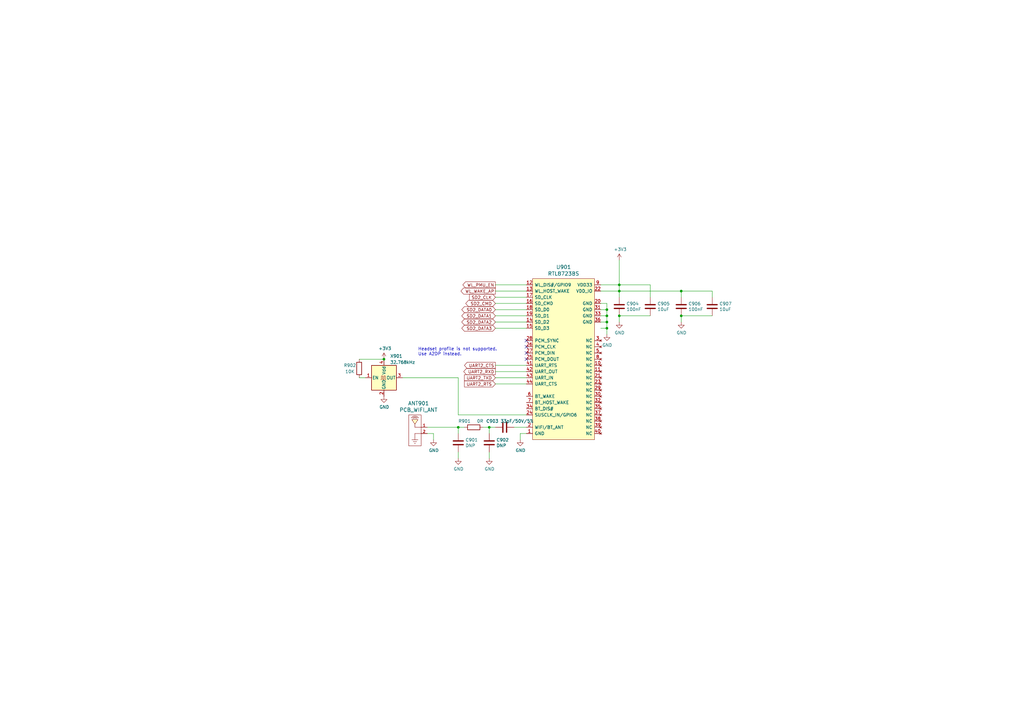
<source format=kicad_sch>
(kicad_sch (version 20210621) (generator eeschema)
  (paper "A3")
  (title_block (title "NekoInk Mainboard") (date "2021-08-21") (rev "R0.1") (company "Copyright 2021 Wenting Zhang") (comment 2 "MERCHANTABILITY, SATISFACTORY QUALITY AND FITNESS FOR A PARTICULAR PURPOSE.") (comment 3 "This source is distributed WITHOUT ANY EXPRESS OR IMPLIED WARRANTY, INCLUDING OF") (comment 4 "This source describes Open Hardware and is licensed under the CERN-OHL-P v2."))
  (lib_symbols
    (symbol "Device:C" (pin_numbers hide) (pin_names (offset 0.254))
      (property "Reference" "C" (at 0.635 2.54 0))
      (property "Value" "C" (at 0.635 -2.54 0))
      (symbol "C_0_1"
        (polyline (pts (xy -2.032 -0.762) (xy 2.032 -0.762)) (stroke (width 0.508)))
        (polyline (pts (xy -2.032 0.762) (xy 2.032 0.762)) (stroke (width 0.508)))
      )
      (symbol "C_1_1"
        (pin passive line (at 0 3.81 270) (length 2.794) (name "~") (number "1"))
        (pin passive line (at 0 -3.81 90) (length 2.794) (name "~") (number "2"))
      )
    )
    (symbol "Device:R" (pin_numbers hide) (pin_names (offset 0))
      (property "Reference" "R" (at 2.032 0 90))
      (property "Value" "R" (at 0 0 90))
      (symbol "R_0_1"
        (rectangle (start -1.016 -2.54) (end 1.016 2.54) (stroke (width 0.254)))
      )
      (symbol "R_1_1"
        (pin passive line (at 0 3.81 270) (length 1.27) (name "~") (number "1"))
        (pin passive line (at 0 -3.81 90) (length 1.27) (name "~") (number "2"))
      )
    )
    (symbol "Oscillator:ASE-xxxMHz" (pin_names (offset 0.254))
      (property "Reference" "X" (at -5.08 6.35 0))
      (property "Value" "ASE-xxxMHz" (at 1.27 -6.35 0))
      (symbol "ASE-xxxMHz_0_1"
        (rectangle (start -5.08 5.08) (end 5.08 -5.08) (stroke (width 0.254)) (fill (type background)))
        (polyline (pts (xy -1.27 -0.762) (xy -1.016 -0.762) (xy -1.016 0.762) (xy -0.508 0.762) (xy -0.508 -0.762) (xy 0 -0.762) (xy 0 0.762) (xy 0.508 0.762) (xy 0.508 -0.762) (xy 0.762 -0.762)))
      )
      (symbol "ASE-xxxMHz_1_1"
        (pin input line (at -7.62 0 0) (length 2.54) (name "EN") (number "1"))
        (pin power_in line (at 0 -7.62 90) (length 2.54) (name "GND") (number "2"))
        (pin output line (at 7.62 0 180) (length 2.54) (name "OUT") (number "3"))
        (pin power_in line (at 0 7.62 270) (length 2.54) (name "Vdd") (number "4"))
      )
    )
    (symbol "power:+3V3" (power) (pin_names (offset 0))
      (property "Value" "+3V3" (at 0 3.556 0))
      (symbol "+3V3_0_1"
        (polyline (pts (xy -0.762 1.27) (xy 0 2.54)))
        (polyline (pts (xy 0 0) (xy 0 2.54)))
        (polyline (pts (xy 0 2.54) (xy 0.762 1.27)))
      )
      (symbol "+3V3_1_1"
        (pin power_in line (at 0 0 90) (length 0) hide (name "+3V3") (number "1"))
      )
    )
    (symbol "power:GND" (power) (pin_names (offset 0))
      (property "Value" "GND" (at 0 -3.81 0))
      (symbol "GND_0_1"
        (polyline (pts (xy 0 0) (xy 0 -1.27) (xy 1.27 -1.27) (xy 0 -2.54) (xy -1.27 -1.27) (xy 0 -1.27)))
      )
      (symbol "GND_1_1"
        (pin power_in line (at 0 0 270) (length 0) hide (name "GND") (number "1"))
      )
    )
    (symbol "symbols:RTL8723BS" (pin_names (offset 0.889))
      (property "Reference" "U" (at -10.16 34.925 0))
      (property "Value" "RTL8723BS" (at 0 -34.925 0))
      (symbol "RTL8723BS_0_1"
        (rectangle (start 12.7 33.02) (end -12.7 -33.02) (fill (type background)))
      )
      (symbol "RTL8723BS_1_1"
        (pin power_in line (at -15.24 -30.48 0) (length 2.4892) (name "GND") (number "1"))
        (pin no_connect line (at 15.24 -2.54 180) (length 2.4892) (name "NC") (number "10"))
        (pin no_connect line (at 15.24 -5.08 180) (length 2.4892) (name "NC") (number "11"))
        (pin bidirectional line (at -15.24 30.48 0) (length 2.4892) (name "WL_DIS#/GPIO9") (number "12"))
        (pin input line (at -15.24 27.94 0) (length 2.4892) (name "WL_HOST_WAKE") (number "13"))
        (pin bidirectional line (at -15.24 15.24 0) (length 2.4892) (name "SD_D2") (number "14"))
        (pin bidirectional line (at -15.24 12.7 0) (length 2.4892) (name "SD_D3") (number "15"))
        (pin bidirectional line (at -15.24 22.86 0) (length 2.4892) (name "SD_CMD") (number "16"))
        (pin input line (at -15.24 25.4 0) (length 2.4892) (name "SD_CLK") (number "17"))
        (pin bidirectional line (at -15.24 20.32 0) (length 2.4892) (name "SD_D0") (number "18"))
        (pin bidirectional line (at -15.24 17.78 0) (length 2.4892) (name "SD_D1") (number "19"))
        (pin bidirectional line (at -15.24 -27.94 0) (length 2.4892) (name "WIFI/BT_ANT") (number "2"))
        (pin power_in line (at 15.24 22.86 180) (length 2.4892) (name "GND") (number "20"))
        (pin no_connect line (at 15.24 -7.62 180) (length 2.4892) (name "NC") (number "21"))
        (pin power_in line (at 15.24 27.94 180) (length 2.4892) (name "VDD_IO") (number "22"))
        (pin no_connect line (at 15.24 -10.16 180) (length 2.4892) (name "NC") (number "23"))
        (pin bidirectional line (at -15.24 -22.86 0) (length 2.4892) (name "SUSCLK_IN/GPIO6") (number "24"))
        (pin output line (at -15.24 0 0) (length 2.4892) (name "PCM_DOUT") (number "25"))
        (pin input line (at -15.24 5.08 0) (length 2.4892) (name "PCM_CLK") (number "26"))
        (pin input line (at -15.24 2.54 0) (length 2.4892) (name "PCM_DIN") (number "27"))
        (pin input line (at -15.24 7.62 0) (length 2.4892) (name "PCM_SYNC") (number "28"))
        (pin no_connect line (at 15.24 -12.7 180) (length 2.4892) (name "NC") (number "29"))
        (pin no_connect line (at 15.24 7.62 180) (length 2.4892) (name "NC") (number "3"))
        (pin no_connect line (at 15.24 -15.24 180) (length 2.4892) (name "NC") (number "30"))
        (pin power_in line (at 15.24 20.32 180) (length 2.4892) (name "GND") (number "31"))
        (pin no_connect line (at 15.24 -17.78 180) (length 2.4892) (name "NC") (number "32"))
        (pin power_in line (at 15.24 17.78 180) (length 2.4892) (name "GND") (number "33"))
        (pin input line (at -15.24 -20.32 0) (length 2.4892) (name "BT_DIS#") (number "34"))
        (pin no_connect line (at 15.24 -20.32 180) (length 2.4892) (name "NC") (number "35"))
        (pin power_in line (at 15.24 15.24 180) (length 2.4892) (name "GND") (number "36"))
        (pin no_connect line (at 15.24 -22.86 180) (length 2.4892) (name "NC") (number "37"))
        (pin no_connect line (at 15.24 -25.4 180) (length 2.4892) (name "NC") (number "38"))
        (pin no_connect line (at 15.24 -27.94 180) (length 2.4892) (name "NC") (number "39"))
        (pin no_connect line (at 15.24 5.08 180) (length 2.4892) (name "NC") (number "4"))
        (pin no_connect line (at 15.24 -30.48 180) (length 2.4892) (name "NC") (number "40"))
        (pin output line (at -15.24 -2.54 0) (length 2.4892) (name "UART_RTS") (number "41"))
        (pin output line (at -15.24 -5.08 0) (length 2.4892) (name "UART_OUT") (number "42"))
        (pin input line (at -15.24 -7.62 0) (length 2.4892) (name "UART_IN") (number "43"))
        (pin input line (at -15.24 -10.16 0) (length 2.4892) (name "UART_CTS") (number "44"))
        (pin no_connect line (at 15.24 2.54 180) (length 2.4892) (name "NC") (number "5"))
        (pin input line (at -15.24 -15.24 0) (length 2.4892) (name "BT_WAKE") (number "6"))
        (pin output line (at -15.24 -17.78 0) (length 2.4892) (name "BT_HOST_WAKE") (number "7"))
        (pin no_connect line (at 15.24 0 180) (length 2.4892) (name "NC") (number "8"))
        (pin power_in line (at 15.24 30.48 180) (length 2.4892) (name "VDD33") (number "9"))
      )
    )
    (symbol "symbols:WIFI_ANT_ESP8266" (pin_names (offset 1.016))
      (property "Reference" "ANT" (at 0 8.89 0))
      (property "Value" "WIFI_ANT_ESP8266" (at 0.254 -6.35 0))
      (symbol "WIFI_ANT_ESP8266_0_1"
        (arc (start -1.524 6.35) (end 1.524 6.35) (radius (at 0 5.334) (length 1.8288) (angles 146.3 33.7)))
        (arc (start -1.016 6.223) (end 1.016 6.223) (radius (at 0 5.461) (length 1.27) (angles 143.1 36.9)))
        (rectangle (start -2.54 -5.08) (end 2.54 7.62))
        (rectangle (start -2.54 0) (end 0 0))
        (rectangle (start -2.54 2.54) (end 0 2.54))
        (rectangle (start -1.27 -2.54) (end 1.27 -2.54))
        (rectangle (start -0.254 -4.064) (end 0.254 -4.064))
        (rectangle (start 0 0) (end 0 -2.54))
        (rectangle (start 0 2.54) (end 0 3.175))
        (rectangle (start 0 3.175) (end 0 3.175))
        (rectangle (start 0 3.175) (end 0 3.81))
        (rectangle (start 0.762 -3.302) (end -0.762 -3.302))
        (polyline (pts (xy 0 3.81) (xy 1.27 5.715) (xy -1.27 5.715) (xy 0 3.81)) (fill (type background)))
      )
      (symbol "WIFI_ANT_ESP8266_1_1"
        (arc (start 0.635 6.096) (end -0.635 6.096) (radius (at 0 5.461) (length 0.889) (angles 45 135)))
        (pin input line (at -5.08 2.54 0) (length 2.54) (name "~") (number "1"))
        (pin input line (at -5.08 0 0) (length 2.54) (name "~") (number "2"))
      )
    )
  )
  (junction (at 157.48 147.32) (diameter 0.9144))
  (junction (at 187.96 175.26) (diameter 0.9144))
  (junction (at 200.66 175.26) (diameter 0.9144))
  (junction (at 248.92 127) (diameter 0.9144))
  (junction (at 248.92 129.54) (diameter 0.9144))
  (junction (at 248.92 132.08) (diameter 0.9144))
  (junction (at 248.92 134.62) (diameter 0.9144))
  (junction (at 254 116.84) (diameter 0.9144))
  (junction (at 254 119.38) (diameter 0.9144))
  (junction (at 254 129.54) (diameter 0.9144))
  (junction (at 279.4 119.38) (diameter 0.9144))
  (junction (at 279.4 129.54) (diameter 0.9144))
  (no_connect (at 215.9 139.7))
  (no_connect (at 215.9 142.24))
  (no_connect (at 215.9 144.78))
  (no_connect (at 215.9 147.32))
  (wire (pts (xy 147.32 147.32) (xy 157.48 147.32)))
  (wire (pts (xy 147.32 154.94) (xy 149.86 154.94)))
  (wire (pts (xy 165.1 154.94) (xy 187.96 154.94)))
  (wire (pts (xy 177.8 177.8) (xy 175.26 177.8)))
  (wire (pts (xy 177.8 180.34) (xy 177.8 177.8)))
  (wire (pts (xy 187.96 154.94) (xy 187.96 170.18)))
  (wire (pts (xy 187.96 170.18) (xy 215.9 170.18)))
  (wire (pts (xy 187.96 175.26) (xy 175.26 175.26)))
  (wire (pts (xy 187.96 177.8) (xy 187.96 175.26)))
  (wire (pts (xy 187.96 185.42) (xy 187.96 187.96)))
  (wire (pts (xy 190.5 175.26) (xy 187.96 175.26)))
  (wire (pts (xy 200.66 175.26) (xy 198.12 175.26)))
  (wire (pts (xy 200.66 177.8) (xy 200.66 175.26)))
  (wire (pts (xy 200.66 185.42) (xy 200.66 187.96)))
  (wire (pts (xy 203.2 116.84) (xy 215.9 116.84)))
  (wire (pts (xy 203.2 119.38) (xy 215.9 119.38)))
  (wire (pts (xy 203.2 121.92) (xy 215.9 121.92)))
  (wire (pts (xy 203.2 124.46) (xy 215.9 124.46)))
  (wire (pts (xy 203.2 127) (xy 215.9 127)))
  (wire (pts (xy 203.2 129.54) (xy 215.9 129.54)))
  (wire (pts (xy 203.2 132.08) (xy 215.9 132.08)))
  (wire (pts (xy 203.2 134.62) (xy 215.9 134.62)))
  (wire (pts (xy 203.2 149.86) (xy 215.9 149.86)))
  (wire (pts (xy 203.2 152.4) (xy 215.9 152.4)))
  (wire (pts (xy 203.2 154.94) (xy 215.9 154.94)))
  (wire (pts (xy 203.2 157.48) (xy 215.9 157.48)))
  (wire (pts (xy 203.2 175.26) (xy 200.66 175.26)))
  (wire (pts (xy 213.36 177.8) (xy 213.36 180.34)))
  (wire (pts (xy 215.9 175.26) (xy 210.82 175.26)))
  (wire (pts (xy 215.9 177.8) (xy 213.36 177.8)))
  (wire (pts (xy 246.38 116.84) (xy 254 116.84)))
  (wire (pts (xy 246.38 119.38) (xy 254 119.38)))
  (wire (pts (xy 246.38 124.46) (xy 248.92 124.46)))
  (wire (pts (xy 246.38 127) (xy 248.92 127)))
  (wire (pts (xy 246.38 129.54) (xy 248.92 129.54)))
  (wire (pts (xy 246.38 132.08) (xy 248.92 132.08)))
  (wire (pts (xy 246.38 134.62) (xy 248.92 134.62)))
  (wire (pts (xy 248.92 124.46) (xy 248.92 127)))
  (wire (pts (xy 248.92 127) (xy 248.92 129.54)))
  (wire (pts (xy 248.92 129.54) (xy 248.92 132.08)))
  (wire (pts (xy 248.92 132.08) (xy 248.92 134.62)))
  (wire (pts (xy 248.92 134.62) (xy 248.92 137.16)))
  (wire (pts (xy 254 106.68) (xy 254 116.84)))
  (wire (pts (xy 254 116.84) (xy 254 119.38)))
  (wire (pts (xy 254 119.38) (xy 254 121.92)))
  (wire (pts (xy 254 119.38) (xy 279.4 119.38)))
  (wire (pts (xy 254 129.54) (xy 254 132.08)))
  (wire (pts (xy 266.7 116.84) (xy 254 116.84)))
  (wire (pts (xy 266.7 121.92) (xy 266.7 116.84)))
  (wire (pts (xy 266.7 129.54) (xy 254 129.54)))
  (wire (pts (xy 279.4 119.38) (xy 279.4 121.92)))
  (wire (pts (xy 279.4 129.54) (xy 279.4 132.08)))
  (wire (pts (xy 292.1 119.38) (xy 279.4 119.38)))
  (wire (pts (xy 292.1 121.92) (xy 292.1 119.38)))
  (wire (pts (xy 292.1 129.54) (xy 279.4 129.54)))
  (text "Headset profile is not supported.\nUse A2DP instead." (at 171.45 146.05 0) (effects (font (size 1.27 1.27)) (justify left bottom)))
  (global_label "WL_PMU_EN" (shape output) (at 203.2 116.84 180) (property "Intersheet References" "${INTERSHEET_REFS}" (effects hide)))
  (global_label "WL_WAKE_AP" (shape output) (at 203.2 119.38 180) (property "Intersheet References" "${INTERSHEET_REFS}" (effects hide)))
  (global_label "SD2_CLK" (shape input) (at 203.2 121.92 180) (property "Intersheet References" "${INTERSHEET_REFS}" (effects hide)))
  (global_label "SD2_CMD" (shape bidirectional) (at 203.2 124.46 180) (property "Intersheet References" "${INTERSHEET_REFS}" (effects hide)))
  (global_label "SD2_DATA0" (shape bidirectional) (at 203.2 127 180) (property "Intersheet References" "${INTERSHEET_REFS}" (effects hide)))
  (global_label "SD2_DATA1" (shape bidirectional) (at 203.2 129.54 180) (property "Intersheet References" "${INTERSHEET_REFS}" (effects hide)))
  (global_label "SD2_DATA2" (shape bidirectional) (at 203.2 132.08 180) (property "Intersheet References" "${INTERSHEET_REFS}" (effects hide)))
  (global_label "SD2_DATA3" (shape bidirectional) (at 203.2 134.62 180) (property "Intersheet References" "${INTERSHEET_REFS}" (effects hide)))
  (global_label "UART2_CTS" (shape output) (at 203.2 149.86 180) (property "Intersheet References" "${INTERSHEET_REFS}" (effects hide)))
  (global_label "UART2_RXD" (shape output) (at 203.2 152.4 180) (property "Intersheet References" "${INTERSHEET_REFS}" (effects hide)))
  (global_label "UART2_TXD" (shape input) (at 203.2 154.94 180) (property "Intersheet References" "${INTERSHEET_REFS}" (effects hide)))
  (global_label "UART2_RTS" (shape input) (at 203.2 157.48 180) (property "Intersheet References" "${INTERSHEET_REFS}" (effects hide)))
  (symbol (lib_id "power:+3V3") (at 157.48 147.32 0) (unit 1)
    (property "Reference" "#PWR0909" (effects hide))
    (property "Value" "+3V3" (at 157.861 142.9258 0))
  )
  (symbol (lib_id "power:+3V3") (at 254 106.68 0) (unit 1)
    (property "Reference" "#PWR0906" (effects hide))
    (property "Value" "+3V3" (at 254.381 102.2858 0))
  )
  (symbol (lib_id "power:GND") (at 157.48 162.56 0) (unit 1)
    (property "Reference" "#PWR0910" (effects hide))
    (property "Value" "GND" (at 157.607 166.9542 0))
  )
  (symbol (lib_id "power:GND") (at 177.8 180.34 0) (unit 1)
    (property "Reference" "#PWR0901" (effects hide))
    (property "Value" "GND" (at 177.927 184.7342 0))
  )
  (symbol (lib_id "power:GND") (at 187.96 187.96 0) (unit 1)
    (property "Reference" "#PWR0902" (effects hide))
    (property "Value" "GND" (at 188.087 192.3542 0))
  )
  (symbol (lib_id "power:GND") (at 200.66 187.96 0) (unit 1)
    (property "Reference" "#PWR0903" (effects hide))
    (property "Value" "GND" (at 200.787 192.3542 0))
  )
  (symbol (lib_id "power:GND") (at 213.36 180.34 0) (unit 1)
    (property "Reference" "#PWR0904" (effects hide))
    (property "Value" "GND" (at 213.487 184.7342 0))
  )
  (symbol (lib_id "power:GND") (at 248.92 137.16 0) (unit 1)
    (property "Reference" "#PWR0905" (effects hide))
    (property "Value" "GND" (at 249.047 141.5542 0))
  )
  (symbol (lib_id "power:GND") (at 254 132.08 0) (unit 1)
    (property "Reference" "#PWR0907" (effects hide))
    (property "Value" "GND" (at 254.127 136.4742 0))
  )
  (symbol (lib_id "power:GND") (at 279.4 132.08 0) (unit 1)
    (property "Reference" "#PWR0908" (effects hide))
    (property "Value" "GND" (at 279.527 136.4742 0))
  )
  (symbol (lib_id "Device:R") (at 147.32 151.13 0) (unit 1)
    (property "Reference" "R902" (at 143.51 149.86 0))
    (property "Value" "10K" (at 143.51 152.4 0))
    (property "Footprint" "Resistor_SMD:R_0402_1005Metric" (effects hide))
  )
  (symbol (lib_id "Device:R") (at 194.31 175.26 270) (unit 1)
    (property "Reference" "R901" (at 187.96 172.72 90) (effects (justify left)))
    (property "Value" "0R" (at 195.58 172.72 90) (effects (justify left)))
    (property "Footprint" "Resistor_SMD:R_0402_1005Metric" (effects hide))
  )
  (symbol (lib_id "Device:C") (at 187.96 181.61 180) (unit 1)
    (property "Reference" "C901" (at 190.881 180.4416 0) (effects (justify right)))
    (property "Value" "DNP" (at 190.881 182.753 0) (effects (justify right)))
    (property "Footprint" "Capacitor_SMD:C_0402_1005Metric" (effects hide))
  )
  (symbol (lib_id "Device:C") (at 200.66 181.61 180) (unit 1)
    (property "Reference" "C902" (at 203.581 180.4416 0) (effects (justify right)))
    (property "Value" "DNP" (at 203.581 182.753 0) (effects (justify right)))
    (property "Footprint" "Capacitor_SMD:C_0402_1005Metric" (effects hide))
  )
  (symbol (lib_id "Device:C") (at 207.01 175.26 270) (unit 1)
    (property "Reference" "C903" (at 201.93 172.72 90))
    (property "Value" "33pF/50V/5%" (at 212.09 172.72 90))
    (property "Footprint" "Capacitor_SMD:C_0402_1005Metric" (effects hide))
  )
  (symbol (lib_id "Device:C") (at 254 125.73 0) (unit 1)
    (property "Reference" "C904" (at 256.921 124.5616 0) (effects (justify left)))
    (property "Value" "100nF" (at 256.921 126.873 0) (effects (justify left)))
    (property "Footprint" "Capacitor_SMD:C_0402_1005Metric" (effects hide))
  )
  (symbol (lib_id "Device:C") (at 266.7 125.73 0) (unit 1)
    (property "Reference" "C905" (at 269.621 124.5616 0) (effects (justify left)))
    (property "Value" "10uF" (at 269.621 126.873 0) (effects (justify left)))
    (property "Footprint" "Capacitor_SMD:C_0603_1608Metric" (effects hide))
  )
  (symbol (lib_id "Device:C") (at 279.4 125.73 0) (unit 1)
    (property "Reference" "C906" (at 282.321 124.5616 0) (effects (justify left)))
    (property "Value" "100nF" (at 282.321 126.873 0) (effects (justify left)))
    (property "Footprint" "Capacitor_SMD:C_0402_1005Metric" (effects hide))
  )
  (symbol (lib_id "Device:C") (at 292.1 125.73 0) (unit 1)
    (property "Reference" "C907" (at 295.021 124.5616 0) (effects (justify left)))
    (property "Value" "10uF" (at 295.021 126.873 0) (effects (justify left)))
    (property "Footprint" "Capacitor_SMD:C_0603_1608Metric" (effects hide))
  )
  (symbol (lib_id "symbols:WIFI_ANT_ESP8266") (at 170.18 177.8 0) (mirror y) (unit 1)
    (property "Reference" "ANT901" (at 171.6532 165.4302 0) (effects (font (size 1.524 1.524))))
    (property "Value" "PCB_WIFI_ANT" (at 171.6532 168.1226 0) (effects (font (size 1.524 1.524))))
    (property "Footprint" "footprints:bt_antenna_1ant_2gnd" (effects hide))
  )
  (symbol (lib_id "Oscillator:ASE-xxxMHz") (at 157.48 154.94 0) (unit 1)
    (property "Reference" "X901" (at 160.02 146.05 0) (effects (justify left)))
    (property "Value" "32.768kHz" (at 160.02 148.59 0) (effects (justify left)))
    (property "Footprint" "Oscillator:Oscillator_SMD_Abracon_ASE-4Pin_3.2x2.5mm" (effects hide))
    (property "Datasheet" "http://www.abracon.com/Oscillators/ASV.pdf" (effects hide))
  )
  (symbol (lib_id "symbols:RTL8723BS") (at 231.14 147.32 0) (unit 1)
    (property "Reference" "U901" (at 231.14 109.5502 0) (effects (font (size 1.524 1.524))))
    (property "Value" "RTL8723BS" (at 231.14 112.2426 0) (effects (font (size 1.524 1.524))))
    (property "Footprint" "footprints:RL-SM02BD(RTL8723BS)" (effects hide))
  )
)
</source>
